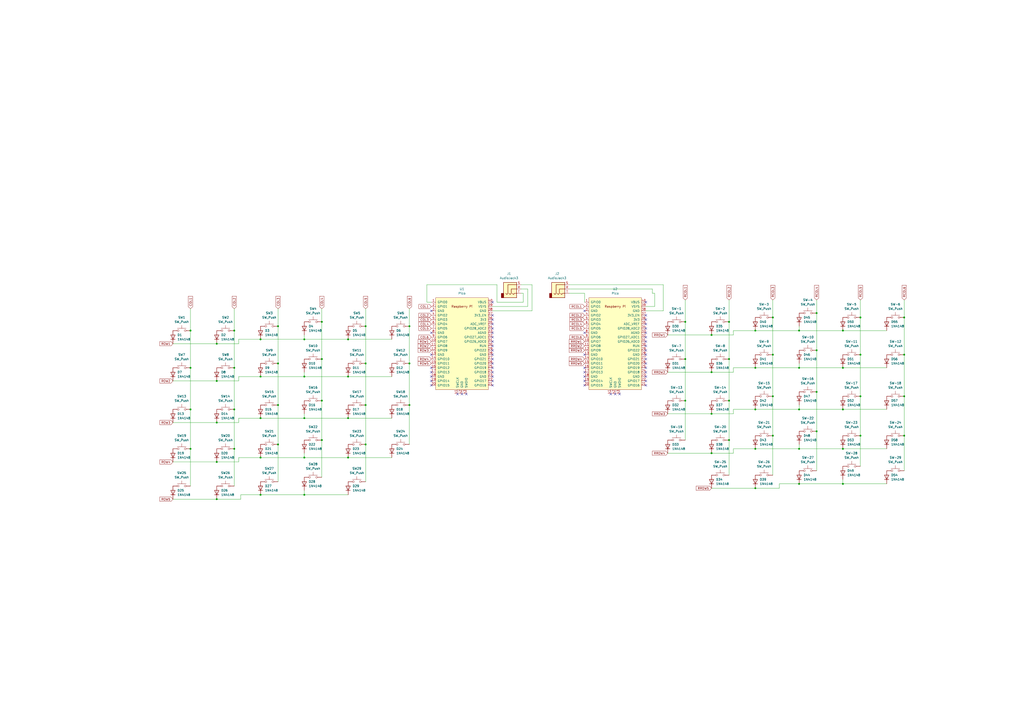
<source format=kicad_sch>
(kicad_sch (version 20250114) (generator "eeschema") (generator_version "9.0")
  (paper "A2")
  (junction (at 448.31 229.87))
  (junction (at 438.15 260.35))
  (junction (at 110.49 237.49))
  (junction (at 135.89 237.49))
  (junction (at 151.13 242.57))
  (junction (at 176.53 242.57))
  (junction (at 499.11 229.87))
  (junction (at 161.29 189.23))
  (junction (at 473.71 227.33))
  (junction (at 161.29 257.81))
  (junction (at 422.91 232.41))
  (junction (at 212.09 189.23))
  (junction (at 422.91 255.27))
  (junction (at 488.95 237.49))
  (junction (at 422.91 186.69))
  (junction (at 135.89 191.77))
  (junction (at 422.91 208.28))
  (junction (at 186.69 255.27))
  (junction (at 212.09 210.82))
  (junction (at 201.93 265.43))
  (junction (at 524.51 184.15))
  (junction (at 488.95 191.77))
  (junction (at 488.95 213.36))
  (junction (at 125.73 289.56))
  (junction (at 176.53 196.85))
  (junction (at 473.71 181.61))
  (junction (at 135.89 213.36))
  (junction (at 151.13 218.44))
  (junction (at 237.49 210.82))
  (junction (at 488.95 260.35))
  (junction (at 524.51 229.87))
  (junction (at 176.53 287.02))
  (junction (at 125.73 267.97))
  (junction (at 448.31 252.73))
  (junction (at 212.09 234.95))
  (junction (at 161.29 234.95))
  (junction (at 151.13 196.85))
  (junction (at 110.49 260.35))
  (junction (at 125.73 245.11))
  (junction (at 499.11 205.74))
  (junction (at 397.51 232.41))
  (junction (at 135.89 260.35))
  (junction (at 151.13 287.02))
  (junction (at 237.49 234.95))
  (junction (at 125.73 199.39))
  (junction (at 412.75 194.31))
  (junction (at 463.55 191.77))
  (junction (at 473.71 250.19))
  (junction (at 212.09 257.81))
  (junction (at 448.31 184.15))
  (junction (at 524.51 252.73))
  (junction (at 499.11 252.73))
  (junction (at 161.29 210.82))
  (junction (at 463.55 280.67))
  (junction (at 448.31 205.74))
  (junction (at 151.13 265.43))
  (junction (at 397.51 208.28))
  (junction (at 110.49 191.77))
  (junction (at 499.11 184.15))
  (junction (at 201.93 242.57))
  (junction (at 125.73 220.98))
  (junction (at 176.53 218.44))
  (junction (at 237.49 189.23))
  (junction (at 488.95 280.67))
  (junction (at 412.75 240.03))
  (junction (at 463.55 237.49))
  (junction (at 524.51 205.74))
  (junction (at 438.15 237.49))
  (junction (at 176.53 265.43))
  (junction (at 201.93 218.44))
  (junction (at 397.51 186.69))
  (junction (at 412.75 215.9))
  (junction (at 186.69 232.41))
  (junction (at 438.15 213.36))
  (junction (at 110.49 213.36))
  (junction (at 463.55 213.36))
  (junction (at 201.93 196.85))
  (junction (at 186.69 186.69))
  (junction (at 438.15 283.21))
  (junction (at 473.71 203.2))
  (junction (at 412.75 262.89))
  (junction (at 186.69 208.28))
  (junction (at 438.15 191.77))
  (junction (at 463.55 260.35))
  (no_connect (at 250.19 205.74))
  (no_connect (at 339.09 205.74))
  (no_connect (at 285.75 218.44))
  (no_connect (at 374.65 213.36))
  (no_connect (at 285.75 200.66))
  (no_connect (at 250.19 223.52))
  (no_connect (at 374.65 220.98))
  (no_connect (at 374.65 205.74))
  (no_connect (at 285.75 220.98))
  (no_connect (at 285.75 205.74))
  (no_connect (at 359.41 228.6))
  (no_connect (at 339.09 180.34))
  (no_connect (at 285.75 210.82))
  (no_connect (at 339.09 223.52))
  (no_connect (at 285.75 203.2))
  (no_connect (at 374.65 190.5))
  (no_connect (at 285.75 193.04))
  (no_connect (at 374.65 175.26))
  (no_connect (at 339.09 218.44))
  (no_connect (at 250.19 218.44))
  (no_connect (at 339.09 193.04))
  (no_connect (at 285.75 182.88))
  (no_connect (at 285.75 213.36))
  (no_connect (at 285.75 198.12))
  (no_connect (at 374.65 210.82))
  (no_connect (at 250.19 193.04))
  (no_connect (at 374.65 203.2))
  (no_connect (at 285.75 195.58))
  (no_connect (at 285.75 185.42))
  (no_connect (at 250.19 215.9))
  (no_connect (at 374.65 208.28))
  (no_connect (at 374.65 200.66))
  (no_connect (at 250.19 213.36))
  (no_connect (at 250.19 180.34))
  (no_connect (at 339.09 215.9))
  (no_connect (at 285.75 208.28))
  (no_connect (at 285.75 175.26))
  (no_connect (at 374.65 223.52))
  (no_connect (at 270.51 228.6))
  (no_connect (at 265.43 228.6))
  (no_connect (at 374.65 218.44))
  (no_connect (at 354.33 228.6))
  (no_connect (at 356.87 228.6))
  (no_connect (at 374.65 182.88))
  (no_connect (at 374.65 198.12))
  (no_connect (at 285.75 215.9))
  (no_connect (at 285.75 190.5))
  (no_connect (at 339.09 213.36))
  (no_connect (at 285.75 187.96))
  (no_connect (at 374.65 187.96))
  (no_connect (at 374.65 193.04))
  (no_connect (at 374.65 215.9))
  (no_connect (at 250.19 220.98))
  (no_connect (at 267.97 228.6))
  (no_connect (at 339.09 220.98))
  (no_connect (at 285.75 223.52))
  (no_connect (at 374.65 185.42))
  (no_connect (at 374.65 195.58))
  (wire (pts (xy 379.73 170.18) (xy 379.73 177.8)))
  (wire (pts (xy 438.15 213.36) (xy 425.45 213.36)))
  (wire (pts (xy 201.93 287.02) (xy 176.53 287.02)))
  (wire (pts (xy 186.69 179.07) (xy 186.69 186.69)))
  (wire (pts (xy 135.89 191.77) (xy 135.89 213.36)))
  (wire (pts (xy 448.31 229.87) (xy 448.31 252.73)))
  (wire (pts (xy 186.69 186.69) (xy 186.69 208.28)))
  (wire (pts (xy 135.89 213.36) (xy 135.89 237.49)))
  (wire (pts (xy 151.13 218.44) (xy 138.43 218.44)))
  (wire (pts (xy 412.75 283.21) (xy 438.15 283.21)))
  (wire (pts (xy 425.45 191.77) (xy 425.45 194.31)))
  (wire (pts (xy 425.45 191.77) (xy 438.15 191.77)))
  (wire (pts (xy 499.11 173.99) (xy 499.11 184.15)))
  (wire (pts (xy 110.49 179.07) (xy 110.49 191.77)))
  (wire (pts (xy 201.93 265.43) (xy 176.53 265.43)))
  (wire (pts (xy 237.49 234.95) (xy 237.49 257.81)))
  (wire (pts (xy 138.43 199.39) (xy 125.73 199.39)))
  (wire (pts (xy 330.2 165.1) (xy 384.81 165.1)))
  (wire (pts (xy 438.15 260.35) (xy 463.55 260.35)))
  (wire (pts (xy 186.69 232.41) (xy 186.69 255.27)))
  (wire (pts (xy 138.43 267.97) (xy 125.73 267.97)))
  (wire (pts (xy 161.29 234.95) (xy 161.29 257.81)))
  (wire (pts (xy 201.93 242.57) (xy 227.33 242.57)))
  (wire (pts (xy 151.13 242.57) (xy 138.43 242.57)))
  (wire (pts (xy 201.93 218.44) (xy 176.53 218.44)))
  (wire (pts (xy 138.43 220.98) (xy 125.73 220.98)))
  (wire (pts (xy 176.53 196.85) (xy 176.53 194.31)))
  (wire (pts (xy 452.12 280.67) (xy 452.12 283.21)))
  (wire (pts (xy 448.31 184.15) (xy 448.31 205.74)))
  (wire (pts (xy 499.11 229.87) (xy 499.11 252.73)))
  (wire (pts (xy 378.46 167.64) (xy 330.2 167.64)))
  (wire (pts (xy 176.53 287.02) (xy 176.53 284.48)))
  (wire (pts (xy 302.26 170.18) (xy 303.53 170.18)))
  (wire (pts (xy 135.89 179.07) (xy 135.89 191.77)))
  (wire (pts (xy 138.43 196.85) (xy 138.43 199.39)))
  (wire (pts (xy 212.09 189.23) (xy 212.09 210.82)))
  (wire (pts (xy 237.49 179.07) (xy 237.49 189.23)))
  (wire (pts (xy 138.43 196.85) (xy 151.13 196.85)))
  (wire (pts (xy 247.65 165.1) (xy 247.65 175.26)))
  (wire (pts (xy 176.53 265.43) (xy 176.53 262.89)))
  (wire (pts (xy 237.49 210.82) (xy 237.49 234.95)))
  (wire (pts (xy 303.53 175.26) (xy 288.29 175.26)))
  (wire (pts (xy 387.35 215.9) (xy 412.75 215.9)))
  (wire (pts (xy 524.51 173.99) (xy 524.51 184.15)))
  (wire (pts (xy 387.35 240.03) (xy 412.75 240.03)))
  (wire (pts (xy 379.73 177.8) (xy 374.65 177.8)))
  (wire (pts (xy 100.33 220.98) (xy 125.73 220.98)))
  (wire (pts (xy 499.11 252.73) (xy 499.11 270.51)))
  (wire (pts (xy 463.55 237.49) (xy 463.55 234.95)))
  (wire (pts (xy 151.13 242.57) (xy 176.53 242.57)))
  (wire (pts (xy 514.35 213.36) (xy 488.95 213.36)))
  (wire (pts (xy 161.29 179.07) (xy 161.29 189.23)))
  (wire (pts (xy 438.15 237.49) (xy 425.45 237.49)))
  (wire (pts (xy 387.35 194.31) (xy 412.75 194.31)))
  (wire (pts (xy 473.71 203.2) (xy 473.71 227.33)))
  (wire (pts (xy 201.93 196.85) (xy 176.53 196.85)))
  (wire (pts (xy 339.09 170.18) (xy 330.2 170.18)))
  (wire (pts (xy 186.69 255.27) (xy 186.69 276.86)))
  (wire (pts (xy 397.51 232.41) (xy 397.51 255.27)))
  (wire (pts (xy 176.53 242.57) (xy 176.53 240.03)))
  (wire (pts (xy 100.33 289.56) (xy 125.73 289.56)))
  (wire (pts (xy 524.51 184.15) (xy 524.51 205.74)))
  (wire (pts (xy 186.69 208.28) (xy 186.69 232.41)))
  (wire (pts (xy 161.29 189.23) (xy 161.29 210.82)))
  (wire (pts (xy 308.61 165.1) (xy 308.61 180.34)))
  (wire (pts (xy 463.55 260.35) (xy 463.55 257.81)))
  (wire (pts (xy 110.49 237.49) (xy 110.49 260.35)))
  (wire (pts (xy 100.33 267.97) (xy 125.73 267.97)))
  (wire (pts (xy 438.15 237.49) (xy 463.55 237.49)))
  (wire (pts (xy 473.71 250.19) (xy 473.71 273.05)))
  (wire (pts (xy 524.51 229.87) (xy 524.51 252.73)))
  (wire (pts (xy 110.49 191.77) (xy 110.49 213.36)))
  (wire (pts (xy 425.45 194.31) (xy 412.75 194.31)))
  (wire (pts (xy 135.89 237.49) (xy 135.89 260.35)))
  (wire (pts (xy 302.26 165.1) (xy 308.61 165.1)))
  (wire (pts (xy 499.11 205.74) (xy 499.11 229.87)))
  (wire (pts (xy 212.09 179.07) (xy 212.09 189.23)))
  (wire (pts (xy 438.15 191.77) (xy 463.55 191.77)))
  (wire (pts (xy 425.45 260.35) (xy 425.45 262.89)))
  (wire (pts (xy 138.43 218.44) (xy 138.43 220.98)))
  (wire (pts (xy 212.09 257.81) (xy 212.09 279.4)))
  (wire (pts (xy 463.55 280.67) (xy 452.12 280.67)))
  (wire (pts (xy 201.93 196.85) (xy 227.33 196.85)))
  (wire (pts (xy 339.09 170.18) (xy 339.09 175.26)))
  (wire (pts (xy 212.09 210.82) (xy 212.09 234.95)))
  (wire (pts (xy 151.13 265.43) (xy 176.53 265.43)))
  (wire (pts (xy 237.49 189.23) (xy 237.49 210.82)))
  (wire (pts (xy 463.55 213.36) (xy 463.55 210.82)))
  (wire (pts (xy 227.33 218.44) (xy 201.93 218.44)))
  (wire (pts (xy 425.45 240.03) (xy 412.75 240.03)))
  (wire (pts (xy 176.53 218.44) (xy 176.53 215.9)))
  (wire (pts (xy 151.13 218.44) (xy 176.53 218.44)))
  (wire (pts (xy 488.95 213.36) (xy 463.55 213.36)))
  (wire (pts (xy 438.15 260.35) (xy 425.45 260.35)))
  (wire (pts (xy 488.95 260.35) (xy 463.55 260.35)))
  (wire (pts (xy 100.33 199.39) (xy 125.73 199.39)))
  (wire (pts (xy 306.07 167.64) (xy 306.07 177.8)))
  (wire (pts (xy 161.29 210.82) (xy 161.29 234.95)))
  (wire (pts (xy 378.46 170.18) (xy 379.73 170.18)))
  (wire (pts (xy 473.71 227.33) (xy 473.71 250.19)))
  (wire (pts (xy 201.93 242.57) (xy 176.53 242.57)))
  (wire (pts (xy 110.49 260.35) (xy 110.49 281.94)))
  (wire (pts (xy 303.53 170.18) (xy 303.53 175.26)))
  (wire (pts (xy 448.31 205.74) (xy 448.31 229.87)))
  (wire (pts (xy 488.95 260.35) (xy 514.35 260.35)))
  (wire (pts (xy 151.13 196.85) (xy 176.53 196.85)))
  (wire (pts (xy 422.91 208.28) (xy 422.91 232.41)))
  (wire (pts (xy 151.13 287.02) (xy 139.7 287.02)))
  (wire (pts (xy 397.51 186.69) (xy 397.51 208.28)))
  (wire (pts (xy 397.51 173.99) (xy 397.51 186.69)))
  (wire (pts (xy 139.7 289.56) (xy 125.73 289.56)))
  (wire (pts (xy 425.45 237.49) (xy 425.45 240.03)))
  (wire (pts (xy 161.29 257.81) (xy 161.29 279.4)))
  (wire (pts (xy 488.95 237.49) (xy 463.55 237.49)))
  (wire (pts (xy 384.81 180.34) (xy 374.65 180.34)))
  (wire (pts (xy 488.95 280.67) (xy 488.95 278.13)))
  (wire (pts (xy 212.09 234.95) (xy 212.09 257.81)))
  (wire (pts (xy 397.51 208.28) (xy 397.51 232.41)))
  (wire (pts (xy 422.91 173.99) (xy 422.91 186.69)))
  (wire (pts (xy 463.55 191.77) (xy 463.55 189.23)))
  (wire (pts (xy 138.43 265.43) (xy 138.43 267.97)))
  (wire (pts (xy 524.51 252.73) (xy 524.51 273.05)))
  (wire (pts (xy 425.45 262.89) (xy 412.75 262.89)))
  (wire (pts (xy 308.61 180.34) (xy 285.75 180.34)))
  (wire (pts (xy 110.49 213.36) (xy 110.49 237.49)))
  (wire (pts (xy 247.65 175.26) (xy 250.19 175.26)))
  (wire (pts (xy 422.91 255.27) (xy 422.91 275.59)))
  (wire (pts (xy 135.89 260.35) (xy 135.89 281.94)))
  (wire (pts (xy 138.43 245.11) (xy 125.73 245.11)))
  (wire (pts (xy 524.51 205.74) (xy 524.51 229.87)))
  (wire (pts (xy 514.35 280.67) (xy 488.95 280.67)))
  (wire (pts (xy 473.71 173.99) (xy 473.71 181.61)))
  (wire (pts (xy 306.07 177.8) (xy 285.75 177.8)))
  (wire (pts (xy 499.11 184.15) (xy 499.11 205.74)))
  (wire (pts (xy 448.31 252.73) (xy 448.31 275.59)))
  (wire (pts (xy 151.13 265.43) (xy 138.43 265.43)))
  (wire (pts (xy 463.55 280.67) (xy 488.95 280.67)))
  (wire (pts (xy 488.95 191.77) (xy 514.35 191.77)))
  (wire (pts (xy 138.43 242.57) (xy 138.43 245.11)))
  (wire (pts (xy 288.29 165.1) (xy 247.65 165.1)))
  (wire (pts (xy 387.35 262.89) (xy 412.75 262.89)))
  (wire (pts (xy 302.26 167.64) (xy 306.07 167.64)))
  (wire (pts (xy 488.95 237.49) (xy 514.35 237.49)))
  (wire (pts (xy 201.93 265.43) (xy 227.33 265.43)))
  (wire (pts (xy 384.81 165.1) (xy 384.81 180.34)))
  (wire (pts (xy 425.45 213.36) (xy 425.45 215.9)))
  (wire (pts (xy 448.31 173.99) (xy 448.31 184.15)))
  (wire (pts (xy 473.71 181.61) (xy 473.71 203.2)))
  (wire (pts (xy 378.46 170.18) (xy 378.46 167.64)))
  (wire (pts (xy 438.15 213.36) (xy 463.55 213.36)))
  (wire (pts (xy 288.29 165.1) (xy 288.29 175.26)))
  (wire (pts (xy 425.45 215.9) (xy 412.75 215.9)))
  (wire (pts (xy 422.91 232.41) (xy 422.91 255.27)))
  (wire (pts (xy 422.91 186.69) (xy 422.91 208.28)))
  (wire (pts (xy 452.12 283.21) (xy 438.15 283.21)))
  (wire (pts (xy 151.13 287.02) (xy 176.53 287.02)))
  (wire (pts (xy 488.95 191.77) (xy 463.55 191.77)))
  (wire (pts (xy 139.7 287.02) (xy 139.7 289.56)))
  (wire (pts (xy 100.33 245.11) (xy 125.73 245.11)))
  (global_label "ROW2" (shape input) (at 100.33 220.98 180) (property "Intersheetrefs" "${INTERSHEET_REFS}" (effects (hide yes))))
  (global_label "ROW1" (shape input) (at 250.19 198.12 180) (property "Intersheetrefs" "${INTERSHEET_REFS}" (effects (hide yes))))
  (global_label "RROW4" (shape input) (at 339.09 208.28 180) (property "Intersheetrefs" "${INTERSHEET_REFS}" (effects (hide yes))))
  (global_label "COL2" (shape input) (at 135.89 179.07 90) (property "Intersheetrefs" "${INTERSHEET_REFS}" (effects (hide yes))))
  (global_label "RROW1" (shape input) (at 387.35 194.31 180) (property "Intersheetrefs" "${INTERSHEET_REFS}" (effects (hide yes))))
  (global_label "COL6" (shape input) (at 237.49 179.07 90) (property "Intersheetrefs" "${INTERSHEET_REFS}" (effects (hide yes))))
  (global_label "COL3" (shape input) (at 250.19 185.42 180) (property "Intersheetrefs" "${INTERSHEET_REFS}" (effects (hide yes))))
  (global_label "RCOL1" (shape input) (at 397.51 173.99 90) (property "Intersheetrefs" "${INTERSHEET_REFS}" (effects (hide yes))))
  (global_label "ROW4" (shape input) (at 100.33 267.97 180) (property "Intersheetrefs" "${INTERSHEET_REFS}" (effects (hide yes))))
  (global_label "ROW3" (shape input) (at 250.19 203.2 180) (property "Intersheetrefs" "${INTERSHEET_REFS}" (effects (hide yes))))
  (global_label "RROW3" (shape input) (at 387.35 240.03 180) (property "Intersheetrefs" "${INTERSHEET_REFS}" (effects (hide yes))))
  (global_label "RCOL2" (shape input) (at 422.91 173.99 90) (property "Intersheetrefs" "${INTERSHEET_REFS}" (effects (hide yes))))
  (global_label "COL4" (shape input) (at 186.69 179.07 90) (property "Intersheetrefs" "${INTERSHEET_REFS}" (effects (hide yes))))
  (global_label "RROW1" (shape input) (at 339.09 198.12 180) (property "Intersheetrefs" "${INTERSHEET_REFS}" (effects (hide yes))))
  (global_label "RCOL4" (shape input) (at 473.71 173.99 90) (property "Intersheetrefs" "${INTERSHEET_REFS}" (effects (hide yes))))
  (global_label "RCOL6" (shape input) (at 524.51 173.99 90) (property "Intersheetrefs" "${INTERSHEET_REFS}" (effects (hide yes))))
  (global_label "RROW2" (shape input) (at 339.09 200.66 180) (property "Intersheetrefs" "${INTERSHEET_REFS}" (effects (hide yes))))
  (global_label "RCOL5" (shape input) (at 339.09 190.5 180) (property "Intersheetrefs" "${INTERSHEET_REFS}" (effects (hide yes))))
  (global_label "ROW5" (shape input) (at 100.33 289.56 180) (property "Intersheetrefs" "${INTERSHEET_REFS}" (effects (hide yes))))
  (global_label "COL1" (shape input) (at 250.19 177.8 180) (property "Intersheetrefs" "${INTERSHEET_REFS}" (effects (hide yes))))
  (global_label "RROW5" (shape input) (at 339.09 210.82 180) (property "Intersheetrefs" "${INTERSHEET_REFS}" (effects (hide yes))))
  (global_label "RCOL4" (shape input) (at 339.09 187.96 180) (property "Intersheetrefs" "${INTERSHEET_REFS}" (effects (hide yes))))
  (global_label "COL1" (shape input) (at 110.49 179.07 90) (property "Intersheetrefs" "${INTERSHEET_REFS}" (effects (hide yes))))
  (global_label "RROW3" (shape input) (at 339.09 203.2 180) (property "Intersheetrefs" "${INTERSHEET_REFS}" (effects (hide yes))))
  (global_label "COL5" (shape input) (at 212.09 179.07 90) (property "Intersheetrefs" "${INTERSHEET_REFS}" (effects (hide yes))))
  (global_label "ROW2" (shape input) (at 250.19 200.66 180) (property "Intersheetrefs" "${INTERSHEET_REFS}" (effects (hide yes))))
  (global_label "RCOL3" (shape input) (at 339.09 185.42 180) (property "Intersheetrefs" "${INTERSHEET_REFS}" (effects (hide yes))))
  (global_label "COL2" (shape input) (at 250.19 182.88 180) (property "Intersheetrefs" "${INTERSHEET_REFS}" (effects (hide yes))))
  (global_label "ROW3" (shape input) (at 100.33 245.11 180) (property "Intersheetrefs" "${INTERSHEET_REFS}" (effects (hide yes))))
  (global_label "COL6" (shape input) (at 250.19 195.58 180) (property "Intersheetrefs" "${INTERSHEET_REFS}" (effects (hide yes))))
  (global_label "COL5" (shape input) (at 250.19 190.5 180) (property "Intersheetrefs" "${INTERSHEET_REFS}" (effects (hide yes))))
  (global_label "RCOL3" (shape input) (at 448.31 173.99 90) (property "Intersheetrefs" "${INTERSHEET_REFS}" (effects (hide yes))))
  (global_label "ROW5" (shape input) (at 250.19 210.82 180) (property "Intersheetrefs" "${INTERSHEET_REFS}" (effects (hide yes))))
  (global_label "RCOL5" (shape input) (at 499.11 173.99 90) (property "Intersheetrefs" "${INTERSHEET_REFS}" (effects (hide yes))))
  (global_label "COL3" (shape input) (at 161.29 179.07 90) (property "Intersheetrefs" "${INTERSHEET_REFS}" (effects (hide yes))))
  (global_label "RROW2" (shape input) (at 387.35 215.9 180) (property "Intersheetrefs" "${INTERSHEET_REFS}" (effects (hide yes))))
  (global_label "RCOL2" (shape input) (at 339.09 182.88 180) (property "Intersheetrefs" "${INTERSHEET_REFS}" (effects (hide yes))))
  (global_label "RCOL6" (shape input) (at 339.09 195.58 180) (property "Intersheetrefs" "${INTERSHEET_REFS}" (effects (hide yes))))
  (global_label "RCOL1" (shape input) (at 339.09 177.8 180) (property "Intersheetrefs" "${INTERSHEET_REFS}" (effects (hide yes))))
  (global_label "RROW4" (shape input) (at 387.35 262.89 180) (property "Intersheetrefs" "${INTERSHEET_REFS}" (effects (hide yes))))
  (global_label "RROW5" (shape input) (at 412.75 283.21 180) (property "Intersheetrefs" "${INTERSHEET_REFS}" (effects (hide yes))))
  (global_label "COL4" (shape input) (at 250.19 187.96 180) (property "Intersheetrefs" "${INTERSHEET_REFS}" (effects (hide yes))))
  (global_label "ROW1" (shape input) (at 100.33 199.39 180) (property "Intersheetrefs" "${INTERSHEET_REFS}" (effects (hide yes))))
  (global_label "ROW4" (shape input) (at 250.19 208.28 180) (property "Intersheetrefs" "${INTERSHEET_REFS}" (effects (hide yes))))
  (symbol (lib_id "Diode:1N4148") (at 488.95 209.55 90) (unit 1)
    (property "Reference" "D51" (at 491.49 208.2799 90) (effects (justify right)))
    (property "Value" "1N4148" (at 491.49 210.8199 90) (effects (justify right)))
    (property "Footprint" "Diode_THT:D_DO-35_SOD27_P7.62mm_Horizontal" (effects (hide yes)))
    (property "Datasheet" "https://assets.nexperia.com/documents/data-sheet/1N4148_1N4448.pdf" (effects (hide yes)))
    (property "Description" "100V 0.15A standard switching diode, DO-35" (effects (hide yes)))
    (property "Sim.Device" "D" (effects (hide yes)))
    (property "Sim.Pins" "1=K 2=A" (effects (hide yes)))
  )
  (symbol (lib_id "Switch:SW_Push") (at 105.41 191.77 0) (unit 1)
    (property "Reference" "SW1" (at 105.41 184.15 0))
    (property "Value" "SW_Push" (at 105.41 186.69 0))
    (property "Footprint" "Button_Switch_Keyboard:SW_Cherry_MX_1.00u_PCB" (effects (hide yes)))
    (property "Description" "Push button switch, generic, two pins" (effects (hide yes)))
  )
  (symbol (lib_id "Diode:1N4148") (at 176.53 236.22 90) (unit 1)
    (property "Reference" "D16" (at 179.07 234.9499 90) (effects (justify right)))
    (property "Value" "1N4148" (at 179.07 237.4899 90) (effects (justify right)))
    (property "Footprint" "Diode_THT:D_DO-35_SOD27_P7.62mm_Horizontal" (effects (hide yes)))
    (property "Datasheet" "https://assets.nexperia.com/documents/data-sheet/1N4148_1N4448.pdf" (effects (hide yes)))
    (property "Description" "100V 0.15A standard switching diode, DO-35" (effects (hide yes)))
    (property "Sim.Device" "D" (effects (hide yes)))
    (property "Sim.Pins" "1=K 2=A" (effects (hide yes)))
  )
  (symbol (lib_id "Switch:SW_Push") (at 232.41 189.23 0) (unit 1)
    (property "Reference" "SW6" (at 232.41 181.61 0))
    (property "Value" "SW_Push" (at 232.41 184.15 0))
    (property "Footprint" "Button_Switch_Keyboard:SW_Cherry_MX_1.00u_PCB" (effects (hide yes)))
    (property "Description" "Push button switch, generic, two pins" (effects (hide yes)))
  )
  (symbol (lib_id "Switch:SW_Push") (at 181.61 186.69 0) (unit 1)
    (property "Reference" "SW4" (at 181.61 179.07 0))
    (property "Value" "SW_Push" (at 181.61 181.61 0))
    (property "Footprint" "Button_Switch_Keyboard:SW_Cherry_MX_1.00u_PCB" (effects (hide yes)))
    (property "Description" "Push button switch, generic, two pins" (effects (hide yes)))
  )
  (symbol (lib_id "Diode:1N4148") (at 463.55 231.14 90) (unit 1)
    (property "Reference" "D47" (at 466.09 229.8699 90) (effects (justify right)))
    (property "Value" "1N4148" (at 466.09 232.4099 90) (effects (justify right)))
    (property "Footprint" "Diode_THT:D_DO-35_SOD27_P7.62mm_Horizontal" (effects (hide yes)))
    (property "Datasheet" "https://assets.nexperia.com/documents/data-sheet/1N4148_1N4448.pdf" (effects (hide yes)))
    (property "Description" "100V 0.15A standard switching diode, DO-35" (effects (hide yes)))
    (property "Sim.Device" "D" (effects (hide yes)))
    (property "Sim.Pins" "1=K 2=A" (effects (hide yes)))
  )
  (symbol (lib_id "Diode:1N4148") (at 201.93 214.63 90) (unit 1)
    (property "Reference" "D11" (at 204.47 213.3599 90) (effects (justify right)))
    (property "Value" "1N4148" (at 204.47 215.8999 90) (effects (justify right)))
    (property "Footprint" "Diode_THT:D_DO-35_SOD27_P7.62mm_Horizontal" (effects (hide yes)))
    (property "Datasheet" "https://assets.nexperia.com/documents/data-sheet/1N4148_1N4448.pdf" (effects (hide yes)))
    (property "Description" "100V 0.15A standard switching diode, DO-35" (effects (hide yes)))
    (property "Sim.Device" "D" (effects (hide yes)))
    (property "Sim.Pins" "1=K 2=A" (effects (hide yes)))
  )
  (symbol (lib_id "Switch:SW_Push") (at 105.41 260.35 0) (unit 1)
    (property "Reference" "SW19" (at 105.41 252.73 0))
    (property "Value" "SW_Push" (at 105.41 255.27 0))
    (property "Footprint" "Button_Switch_Keyboard:SW_Cherry_MX_1.00u_PCB" (effects (hide yes)))
    (property "Description" "Push button switch, generic, two pins" (effects (hide yes)))
  )
  (symbol (lib_id "Diode:1N4148") (at 488.95 187.96 90) (unit 1)
    (property "Reference" "D50" (at 491.49 186.6899 90) (effects (justify right)))
    (property "Value" "1N4148" (at 491.49 189.2299 90) (effects (justify right)))
    (property "Footprint" "Diode_THT:D_DO-35_SOD27_P7.62mm_Horizontal" (effects (hide yes)))
    (property "Datasheet" "https://assets.nexperia.com/documents/data-sheet/1N4148_1N4448.pdf" (effects (hide yes)))
    (property "Description" "100V 0.15A standard switching diode, DO-35" (effects (hide yes)))
    (property "Sim.Device" "D" (effects (hide yes)))
    (property "Sim.Pins" "1=K 2=A" (effects (hide yes)))
  )
  (symbol (lib_id "Diode:1N4148") (at 438.15 187.96 90) (unit 1)
    (property "Reference" "D40" (at 440.69 186.6899 90) (effects (justify right)))
    (property "Value" "1N4148" (at 440.69 189.2299 90) (effects (justify right)))
    (property "Footprint" "Diode_THT:D_DO-35_SOD27_P7.62mm_Horizontal" (effects (hide yes)))
    (property "Datasheet" "https://assets.nexperia.com/documents/data-sheet/1N4148_1N4448.pdf" (effects (hide yes)))
    (property "Description" "100V 0.15A standard switching diode, DO-35" (effects (hide yes)))
    (property "Sim.Device" "D" (effects (hide yes)))
    (property "Sim.Pins" "1=K 2=A" (effects (hide yes)))
  )
  (symbol (lib_id "Switch:SW_Push") (at 105.41 237.49 0) (unit 1)
    (property "Reference" "SW13" (at 105.41 229.87 0))
    (property "Value" "SW_Push" (at 105.41 232.41 0))
    (property "Footprint" "Button_Switch_Keyboard:SW_Cherry_MX_1.00u_PCB" (effects (hide yes)))
    (property "Description" "Push button switch, generic, two pins" (effects (hide yes)))
  )
  (symbol (lib_id "Diode:1N4148") (at 125.73 285.75 90) (unit 1)
    (property "Reference" "D26" (at 128.27 284.4799 90) (effects (justify right)))
    (property "Value" "1N4148" (at 128.27 287.0199 90) (effects (justify right)))
    (property "Footprint" "Diode_THT:D_DO-35_SOD27_P7.62mm_Horizontal" (effects (hide yes)))
    (property "Datasheet" "https://assets.nexperia.com/documents/data-sheet/1N4148_1N4448.pdf" (effects (hide yes)))
    (property "Description" "100V 0.15A standard switching diode, DO-35" (effects (hide yes)))
    (property "Sim.Device" "D" (effects (hide yes)))
    (property "Sim.Pins" "1=K 2=A" (effects (hide yes)))
  )
  (symbol (lib_id "Diode:1N4148") (at 412.75 259.08 90) (unit 1)
    (property "Reference" "D38" (at 415.29 257.8099 90) (effects (justify right)))
    (property "Value" "1N4148" (at 415.29 260.3499 90) (effects (justify right)))
    (property "Footprint" "Diode_THT:D_DO-35_SOD27_P7.62mm_Horizontal" (effects (hide yes)))
    (property "Datasheet" "https://assets.nexperia.com/documents/data-sheet/1N4148_1N4448.pdf" (effects (hide yes)))
    (property "Description" "100V 0.15A standard switching diode, DO-35" (effects (hide yes)))
    (property "Sim.Device" "D" (effects (hide yes)))
    (property "Sim.Pins" "1=K 2=A" (effects (hide yes)))
  )
  (symbol (lib_id "Diode:1N4148") (at 201.93 238.76 90) (unit 1)
    (property "Reference" "D17" (at 204.47 237.4899 90) (effects (justify right)))
    (property "Value" "1N4148" (at 204.47 240.0299 90) (effects (justify right)))
    (property "Footprint" "Diode_THT:D_DO-35_SOD27_P7.62mm_Horizontal" (effects (hide yes)))
    (property "Datasheet" "https://assets.nexperia.com/documents/data-sheet/1N4148_1N4448.pdf" (effects (hide yes)))
    (property "Description" "100V 0.15A standard switching diode, DO-35" (effects (hide yes)))
    (property "Sim.Device" "D" (effects (hide yes)))
    (property "Sim.Pins" "1=K 2=A" (effects (hide yes)))
  )
  (symbol (lib_id "Switch:SW_Push") (at 181.61 255.27 0) (unit 1)
    (property "Reference" "SW22" (at 181.61 247.65 0))
    (property "Value" "SW_Push" (at 181.61 250.19 0))
    (property "Footprint" "Button_Switch_Keyboard:SW_Cherry_MX_1.00u_PCB" (effects (hide yes)))
    (property "Description" "Push button switch, generic, two pins" (effects (hide yes)))
  )
  (symbol (lib_id "Diode:1N4148") (at 125.73 195.58 90) (unit 1)
    (property "Reference" "D2" (at 128.27 194.3099 90) (effects (justify right)))
    (property "Value" "1N4148" (at 128.27 196.8499 90) (effects (justify right)))
    (property "Footprint" "Diode_THT:D_DO-35_SOD27_P7.62mm_Horizontal" (effects (hide yes)))
    (property "Datasheet" "https://assets.nexperia.com/documents/data-sheet/1N4148_1N4448.pdf" (effects (hide yes)))
    (property "Description" "100V 0.15A standard switching diode, DO-35" (effects (hide yes)))
    (property "Sim.Device" "D" (effects (hide yes)))
    (property "Sim.Pins" "1=K 2=A" (effects (hide yes)))
  )
  (symbol (lib_id "Switch:SW_Push") (at 417.83 255.27 0) (unit 1)
    (property "Reference" "SW-20" (at 417.83 247.65 0))
    (property "Value" "SW_Push" (at 417.83 250.19 0))
    (property "Footprint" "Button_Switch_Keyboard:SW_Cherry_MX_1.00u_PCB" (effects (hide yes)))
    (property "Description" "Push button switch, generic, two pins" (effects (hide yes)))
  )
  (symbol (lib_id "Diode:1N4148") (at 412.75 190.5 90) (unit 1)
    (property "Reference" "D35" (at 415.29 189.2299 90) (effects (justify right)))
    (property "Value" "1N4148" (at 415.29 191.7699 90) (effects (justify right)))
    (property "Footprint" "Diode_THT:D_DO-35_SOD27_P7.62mm_Horizontal" (effects (hide yes)))
    (property "Datasheet" "https://assets.nexperia.com/documents/data-sheet/1N4148_1N4448.pdf" (effects (hide yes)))
    (property "Description" "100V 0.15A standard switching diode, DO-35" (effects (hide yes)))
    (property "Sim.Device" "D" (effects (hide yes)))
    (property "Sim.Pins" "1=K 2=A" (effects (hide yes)))
  )
  (symbol (lib_id "Switch:SW_Push") (at 392.43 232.41 0) (unit 1)
    (property "Reference" "SW-13" (at 392.43 224.79 0))
    (property "Value" "SW_Push" (at 392.43 227.33 0))
    (property "Footprint" "Button_Switch_Keyboard:SW_Cherry_MX_1.00u_PCB" (effects (hide yes)))
    (property "Description" "Push button switch, generic, two pins" (effects (hide yes)))
  )
  (symbol (lib_id "Diode:1N4148") (at 438.15 209.55 90) (unit 1)
    (property "Reference" "D41" (at 440.69 208.2799 90) (effects (justify right)))
    (property "Value" "1N4148" (at 440.69 210.8199 90) (effects (justify right)))
    (property "Footprint" "Diode_THT:D_DO-35_SOD27_P7.62mm_Horizontal" (effects (hide yes)))
    (property "Datasheet" "https://assets.nexperia.com/documents/data-sheet/1N4148_1N4448.pdf" (effects (hide yes)))
    (property "Description" "100V 0.15A standard switching diode, DO-35" (effects (hide yes)))
    (property "Sim.Device" "D" (effects (hide yes)))
    (property "Sim.Pins" "1=K 2=A" (effects (hide yes)))
  )
  (symbol (lib_id "Switch:SW_Push") (at 494.03 205.74 0) (unit 1)
    (property "Reference" "SW-11" (at 494.03 198.12 0))
    (property "Value" "SW_Push" (at 494.03 200.66 0))
    (property "Footprint" "Button_Switch_Keyboard:SW_Cherry_MX_1.00u_PCB" (effects (hide yes)))
    (property "Description" "Push button switch, generic, two pins" (effects (hide yes)))
  )
  (symbol (lib_id "Switch:SW_Push") (at 156.21 210.82 0) (unit 1)
    (property "Reference" "SW9" (at 156.21 203.2 0))
    (property "Value" "SW_Push" (at 156.21 205.74 0))
    (property "Footprint" "Button_Switch_Keyboard:SW_Cherry_MX_1.00u_PCB" (effects (hide yes)))
    (property "Description" "Push button switch, generic, two pins" (effects (hide yes)))
  )
  (symbol (lib_id "Diode:1N4148") (at 100.33 285.75 90) (unit 1)
    (property "Reference" "D25" (at 102.87 284.4799 90) (effects (justify right)))
    (property "Value" "1N4148" (at 102.87 287.0199 90) (effects (justify right)))
    (property "Footprint" "Diode_THT:D_DO-35_SOD27_P7.62mm_Horizontal" (effects (hide yes)))
    (property "Datasheet" "https://assets.nexperia.com/documents/data-sheet/1N4148_1N4448.pdf" (effects (hide yes)))
    (property "Description" "100V 0.15A standard switching diode, DO-35" (effects (hide yes)))
    (property "Sim.Device" "D" (effects (hide yes)))
    (property "Sim.Pins" "1=K 2=A" (effects (hide yes)))
  )
  (symbol (lib_id "Switch:SW_Push") (at 443.23 275.59 0) (unit 1)
    (property "Reference" "SW-26" (at 443.23 267.97 0))
    (property "Value" "SW_Push" (at 443.23 270.51 0))
    (property "Footprint" "Button_Switch_Keyboard:SW_Cherry_MX_1.00u_PCB" (effects (hide yes)))
    (property "Description" "Push button switch, generic, two pins" (effects (hide yes)))
  )
  (symbol (lib_id "Diode:1N4148") (at 151.13 283.21 90) (unit 1)
    (property "Reference" "D27" (at 153.67 281.9399 90) (effects (justify right)))
    (property "Value" "1N4148" (at 153.67 284.4799 90) (effects (justify right)))
    (property "Footprint" "Diode_THT:D_DO-35_SOD27_P7.62mm_Horizontal" (effects (hide yes)))
    (property "Datasheet" "https://assets.nexperia.com/documents/data-sheet/1N4148_1N4448.pdf" (effects (hide yes)))
    (property "Description" "100V 0.15A standard switching diode, DO-35" (effects (hide yes)))
    (property "Sim.Device" "D" (effects (hide yes)))
    (property "Sim.Pins" "1=K 2=A" (effects (hide yes)))
  )
  (symbol (lib_id "Diode:1N4148") (at 488.95 274.32 90) (unit 1)
    (property "Reference" "D49" (at 491.49 273.0499 90) (effects (justify right)))
    (property "Value" "1N4148" (at 491.49 275.5899 90) (effects (justify right)))
    (property "Footprint" "Diode_THT:D_DO-35_SOD27_P7.62mm_Horizontal" (effects (hide yes)))
    (property "Datasheet" "https://assets.nexperia.com/documents/data-sheet/1N4148_1N4448.pdf" (effects (hide yes)))
    (property "Description" "100V 0.15A standard switching diode, DO-35" (effects (hide yes)))
    (property "Sim.Device" "D" (effects (hide yes)))
    (property "Sim.Pins" "1=K 2=A" (effects (hide yes)))
  )
  (symbol (lib_id "Switch:SW_Push") (at 232.41 210.82 0) (unit 1)
    (property "Reference" "SW12" (at 232.41 203.2 0))
    (property "Value" "SW_Push" (at 232.41 205.74 0))
    (property "Footprint" "Button_Switch_Keyboard:SW_Cherry_MX_1.00u_PCB" (effects (hide yes)))
    (property "Description" "Push button switch, generic, two pins" (effects (hide yes)))
  )
  (symbol (lib_id "Diode:1N4148") (at 387.35 236.22 90) (unit 1)
    (property "Reference" "D32" (at 389.89 234.9499 90) (effects (justify right)))
    (property "Value" "1N4148" (at 389.89 237.4899 90) (effects (justify right)))
    (property "Footprint" "Diode_THT:D_DO-35_SOD27_P7.62mm_Horizontal" (effects (hide yes)))
    (property "Datasheet" "https://assets.nexperia.com/documents/data-sheet/1N4148_1N4448.pdf" (effects (hide yes)))
    (property "Description" "100V 0.15A standard switching diode, DO-35" (effects (hide yes)))
    (property "Sim.Device" "D" (effects (hide yes)))
    (property "Sim.Pins" "1=K 2=A" (effects (hide yes)))
  )
  (symbol (lib_id "Diode:1N4148") (at 100.33 241.3 90) (unit 1)
    (property "Reference" "D13" (at 102.87 240.0299 90) (effects (justify right)))
    (property "Value" "1N4148" (at 102.87 242.5699 90) (effects (justify right)))
    (property "Footprint" "Diode_THT:D_DO-35_SOD27_P7.62mm_Horizontal" (effects (hide yes)))
    (property "Datasheet" "https://assets.nexperia.com/documents/data-sheet/1N4148_1N4448.pdf" (effects (hide yes)))
    (property "Description" "100V 0.15A standard switching diode, DO-35" (effects (hide yes)))
    (property "Sim.Device" "D" (effects (hide yes)))
    (property "Sim.Pins" "1=K 2=A" (effects (hide yes)))
  )
  (symbol (lib_id "Diode:1N4148") (at 176.53 259.08 90) (unit 1)
    (property "Reference" "D22" (at 179.07 257.8099 90) (effects (justify right)))
    (property "Value" "1N4148" (at 179.07 260.3499 90) (effects (justify right)))
    (property "Footprint" "Diode_THT:D_DO-35_SOD27_P7.62mm_Horizontal" (effects (hide yes)))
    (property "Datasheet" "https://assets.nexperia.com/documents/data-sheet/1N4148_1N4448.pdf" (effects (hide yes)))
    (property "Description" "100V 0.15A standard switching diode, DO-35" (effects (hide yes)))
    (property "Sim.Device" "D" (effects (hide yes)))
    (property "Sim.Pins" "1=K 2=A" (effects (hide yes)))
  )
  (symbol (lib_id "Diode:1N4148") (at 201.93 283.21 90) (unit 1)
    (property "Reference" "D29" (at 204.47 281.9399 90) (effects (justify right)))
    (property "Value" "1N4148" (at 204.47 284.4799 90) (effects (justify right)))
    (property "Footprint" "Diode_THT:D_DO-35_SOD27_P7.62mm_Horizontal" (effects (hide yes)))
    (property "Datasheet" "https://assets.nexperia.com/documents/data-sheet/1N4148_1N4448.pdf" (effects (hide yes)))
    (property "Description" "100V 0.15A standard switching diode, DO-35" (effects (hide yes)))
    (property "Sim.Device" "D" (effects (hide yes)))
    (property "Sim.Pins" "1=K 2=A" (effects (hide yes)))
  )
  (symbol (lib_id "Switch:SW_Push") (at 468.63 181.61 0) (unit 1)
    (property "Reference" "SW-4" (at 468.63 173.99 0))
    (property "Value" "SW_Push" (at 468.63 176.53 0))
    (property "Footprint" "Button_Switch_Keyboard:SW_Cherry_MX_1.00u_PCB" (effects (hide yes)))
    (property "Description" "Push button switch, generic, two pins" (effects (hide yes)))
  )
  (symbol (lib_id "Switch:SW_Push") (at 443.23 205.74 0) (unit 1)
    (property "Reference" "SW-9" (at 443.23 198.12 0))
    (property "Value" "SW_Push" (at 443.23 200.66 0))
    (property "Footprint" "Button_Switch_Keyboard:SW_Cherry_MX_1.00u_PCB" (effects (hide yes)))
    (property "Description" "Push button switch, generic, two pins" (effects (hide yes)))
  )
  (symbol (lib_id "Diode:1N4148") (at 463.55 276.86 90) (unit 1)
    (property "Reference" "D44" (at 466.09 275.5899 90) (effects (justify right)))
    (property "Value" "1N4148" (at 466.09 278.1299 90) (effects (justify right)))
    (property "Footprint" "Diode_THT:D_DO-35_SOD27_P7.62mm_Horizontal" (effects (hide yes)))
    (property "Datasheet" "https://assets.nexperia.com/documents/data-sheet/1N4148_1N4448.pdf" (effects (hide yes)))
    (property "Description" "100V 0.15A standard switching diode, DO-35" (effects (hide yes)))
    (property "Sim.Device" "D" (effects (hide yes)))
    (property "Sim.Pins" "1=K 2=A" (effects (hide yes)))
  )
  (symbol (lib_id "Connector_Audio:AudioJack3") (at 325.12 167.64 0) (unit 1)
    (property "Reference" "J2" (at 323.215 158.75 0))
    (property "Value" "AudioJack3" (at 323.215 161.29 0))
    (property "Footprint" "Connector_Audio:Jack_3.5mm_CUI_SJ1-3523N_Horizontal" (effects (hide yes)))
    (property "Description" "Audio Jack, 3 Poles (Stereo / TRS)" (effects (hide yes)))
  )
  (symbol (lib_id "Switch:SW_Push") (at 181.61 208.28 0) (unit 1)
    (property "Reference" "SW10" (at 181.61 200.66 0))
    (property "Value" "SW_Push" (at 181.61 203.2 0))
    (property "Footprint" "Button_Switch_Keyboard:SW_Cherry_MX_1.00u_PCB" (effects (hide yes)))
    (property "Description" "Push button switch, generic, two pins" (effects (hide yes)))
  )
  (symbol (lib_id "Switch:SW_Push") (at 494.03 229.87 0) (unit 1)
    (property "Reference" "SW-17" (at 494.03 222.25 0))
    (property "Value" "SW_Push" (at 494.03 224.79 0))
    (property "Footprint" "Button_Switch_Keyboard:SW_Cherry_MX_1.00u_PCB" (effects (hide yes)))
    (property "Description" "Push button switch, generic, two pins" (effects (hide yes)))
  )
  (symbol (lib_id "Diode:1N4148") (at 387.35 212.09 90) (unit 1)
    (property "Reference" "D31" (at 389.89 210.8199 90) (effects (justify right)))
    (property "Value" "1N4148" (at 389.89 213.3599 90) (effects (justify right)))
    (property "Footprint" "Diode_THT:D_DO-35_SOD27_P7.62mm_Horizontal" (effects (hide yes)))
    (property "Datasheet" "https://assets.nexperia.com/documents/data-sheet/1N4148_1N4448.pdf" (effects (hide yes)))
    (property "Description" "100V 0.15A standard switching diode, DO-35" (effects (hide yes)))
    (property "Sim.Device" "D" (effects (hide yes)))
    (property "Sim.Pins" "1=K 2=A" (effects (hide yes)))
  )
  (symbol (lib_id "Switch:SW_Push") (at 519.43 273.05 0) (unit 1)
    (property "Reference" "SW-29" (at 519.43 265.43 0))
    (property "Value" "SW_Push" (at 519.43 267.97 0))
    (property "Footprint" "Button_Switch_Keyboard:SW_Cherry_MX_1.00u_PCB" (effects (hide yes)))
    (property "Description" "Push button switch, generic, two pins" (effects (hide yes)))
  )
  (symbol (lib_id "Switch:SW_Push") (at 232.41 234.95 0) (unit 1)
    (property "Reference" "SW18" (at 232.41 227.33 0))
    (property "Value" "SW_Push" (at 232.41 229.87 0))
    (property "Footprint" "Button_Switch_Keyboard:SW_Cherry_MX_1.00u_PCB" (effects (hide yes)))
    (property "Description" "Push button switch, generic, two pins" (effects (hide yes)))
  )
  (symbol (lib_id "Diode:1N4148") (at 176.53 212.09 90) (unit 1)
    (property "Reference" "D10" (at 179.07 210.8199 90) (effects (justify right)))
    (property "Value" "1N4148" (at 179.07 213.3599 90) (effects (justify right)))
    (property "Footprint" "Diode_THT:D_DO-35_SOD27_P7.62mm_Horizontal" (effects (hide yes)))
    (property "Datasheet" "https://assets.nexperia.com/documents/data-sheet/1N4148_1N4448.pdf" (effects (hide yes)))
    (property "Description" "100V 0.15A standard switching diode, DO-35" (effects (hide yes)))
    (property "Sim.Device" "D" (effects (hide yes)))
    (property "Sim.Pins" "1=K 2=A" (effects (hide yes)))
  )
  (symbol (lib_id "Switch:SW_Push") (at 156.21 257.81 0) (unit 1)
    (property "Reference" "SW21" (at 156.21 250.19 0))
    (property "Value" "SW_Push" (at 156.21 252.73 0))
    (property "Footprint" "Button_Switch_Keyboard:SW_Cherry_MX_1.00u_PCB" (effects (hide yes)))
    (property "Description" "Push button switch, generic, two pins" (effects (hide yes)))
  )
  (symbol (lib_id "Diode:1N4148") (at 438.15 233.68 90) (unit 1)
    (property "Reference" "D42" (at 440.69 232.4099 90) (effects (justify right)))
    (property "Value" "1N4148" (at 440.69 234.9499 90) (effects (justify right)))
    (property "Footprint" "Diode_THT:D_DO-35_SOD27_P7.62mm_Horizontal" (effects (hide yes)))
    (property "Datasheet" "https://assets.nexperia.com/documents/data-sheet/1N4148_1N4448.pdf" (effects (hide yes)))
    (property "Description" "100V 0.15A standard switching diode, DO-35" (effects (hide yes)))
    (property "Sim.Device" "D" (effects (hide yes)))
    (property "Sim.Pins" "1=K 2=A" (effects (hide yes)))
  )
  (symbol (lib_id "Diode:1N4148") (at 438.15 279.4 90) (unit 1)
    (property "Reference" "D39" (at 440.69 278.1299 90) (effects (justify right)))
    (property "Value" "1N4148" (at 440.69 280.6699 90) (effects (justify right)))
    (property "Footprint" "Diode_THT:D_DO-35_SOD27_P7.62mm_Horizontal" (effects (hide yes)))
    (property "Datasheet" "https://assets.nexperia.com/documents/data-sheet/1N4148_1N4448.pdf" (effects (hide yes)))
    (property "Description" "100V 0.15A standard switching diode, DO-35" (effects (hide yes)))
    (property "Sim.Device" "D" (effects (hide yes)))
    (property "Sim.Pins" "1=K 2=A" (effects (hide yes)))
  )
  (symbol (lib_id "Diode:1N4148") (at 412.75 236.22 90) (unit 1)
    (property "Reference" "D37" (at 415.29 234.9499 90) (effects (justify right)))
    (property "Value" "1N4148" (at 415.29 237.4899 90) (effects (justify right)))
    (property "Footprint" "Diode_THT:D_DO-35_SOD27_P7.62mm_Horizontal" (effects (hide yes)))
    (property "Datasheet" "https://assets.nexperia.com/documents/data-sheet/1N4148_1N4448.pdf" (effects (hide yes)))
    (property "Description" "100V 0.15A standard switching diode, DO-35" (effects (hide yes)))
    (property "Sim.Device" "D" (effects (hide yes)))
    (property "Sim.Pins" "1=K 2=A" (effects (hide yes)))
  )
  (symbol (lib_id "Diode:1N4148") (at 100.33 195.58 90) (unit 1)
    (property "Reference" "D1" (at 102.87 194.3099 90) (effects (justify right)))
    (property "Value" "1N4148" (at 102.87 196.8499 90) (effects (justify right)))
    (property "Footprint" "Diode_THT:D_DO-35_SOD27_P7.62mm_Horizontal" (effects (hide yes)))
    (property "Datasheet" "https://assets.nexperia.com/documents/data-sheet/1N4148_1N4448.pdf" (effects (hide yes)))
    (property "Description" "100V 0.15A standard switching diode, DO-35" (effects (hide yes)))
    (property "Sim.Device" "D" (effects (hide yes)))
    (property "Sim.Pins" "1=K 2=A" (effects (hide yes)))
  )
  (symbol (lib_id "RPi_Pico:Pico") (at 267.97 199.39 0) (unit 1)
    (property "Reference" "U1" (at 267.97 167.64 0))
    (property "Value" "Pico" (at 267.97 170.18 0))
    (property "Footprint" "Module:RaspberryPi_Pico_Common_THT" (effects (hide yes)))
  )
  (symbol (lib_id "Switch:SW_Push") (at 105.41 281.94 0) (unit 1)
    (property "Reference" "SW25" (at 105.41 274.32 0))
    (property "Value" "SW_Push" (at 105.41 276.86 0))
    (property "Footprint" "Button_Switch_Keyboard:SW_Cherry_MX_1.00u_PCB" (effects (hide yes)))
    (property "Description" "Push button switch, generic, two pins" (effects (hide yes)))
  )
  (symbol (lib_id "RPi_Pico:Pico") (at 356.87 199.39 0) (unit 1)
    (property "Reference" "U2" (at 356.87 167.64 0))
    (property "Value" "Pico" (at 356.87 170.18 0))
    (property "Footprint" "Module:RaspberryPi_Pico_Common_THT" (effects (hide yes)))
  )
  (symbol (lib_id "Switch:SW_Push") (at 156.21 279.4 0) (unit 1)
    (property "Reference" "SW27" (at 156.21 271.78 0))
    (property "Value" "SW_Push" (at 156.21 274.32 0))
    (property "Footprint" "Button_Switch_Keyboard:SW_Cherry_MX_1.00u_PCB" (effects (hide yes)))
    (property "Description" "Push button switch, generic, two pins" (effects (hide yes)))
  )
  (symbol (lib_id "Switch:SW_Push") (at 443.23 252.73 0) (unit 1)
    (property "Reference" "SW-21" (at 443.23 245.11 0))
    (property "Value" "SW_Push" (at 443.23 247.65 0))
    (property "Footprint" "Button_Switch_Keyboard:SW_Cherry_MX_1.00u_PCB" (effects (hide yes)))
    (property "Description" "Push button switch, generic, two pins" (effects (hide yes)))
  )
  (symbol (lib_id "Switch:SW_Push") (at 156.21 234.95 0) (unit 1)
    (property "Reference" "SW15" (at 156.21 227.33 0))
    (property "Value" "SW_Push" (at 156.21 229.87 0))
    (property "Footprint" "Button_Switch_Keyboard:SW_Cherry_MX_1.00u_PCB" (effects (hide yes)))
    (property "Description" "Push button switch, generic, two pins" (effects (hide yes)))
  )
  (symbol (lib_id "Diode:1N4148") (at 463.55 185.42 90) (unit 1)
    (property "Reference" "D45" (at 466.09 184.1499 90) (effects (justify right)))
    (property "Value" "1N4148" (at 466.09 186.6899 90) (effects (justify right)))
    (property "Footprint" "Diode_THT:D_DO-35_SOD27_P7.62mm_Horizontal" (effects (hide yes)))
    (property "Datasheet" "https://assets.nexperia.com/documents/data-sheet/1N4148_1N4448.pdf" (effects (hide yes)))
    (property "Description" "100V 0.15A standard switching diode, DO-35" (effects (hide yes)))
    (property "Sim.Device" "D" (effects (hide yes)))
    (property "Sim.Pins" "1=K 2=A" (effects (hide yes)))
  )
  (symbol (lib_id "Switch:SW_Push") (at 392.43 208.28 0) (unit 1)
    (property "Reference" "SW-7" (at 392.43 200.66 0))
    (property "Value" "SW_Push" (at 392.43 203.2 0))
    (property "Footprint" "Button_Switch_Keyboard:SW_Cherry_MX_1.00u_PCB" (effects (hide yes)))
    (property "Description" "Push button switch, generic, two pins" (effects (hide yes)))
  )
  (symbol (lib_id "Diode:1N4148") (at 176.53 190.5 90) (unit 1)
    (property "Reference" "D4" (at 179.07 189.2299 90) (effects (justify right)))
    (property "Value" "1N4148" (at 179.07 191.7699 90) (effects (justify right)))
    (property "Footprint" "Diode_THT:D_DO-35_SOD27_P7.62mm_Horizontal" (effects (hide yes)))
    (property "Datasheet" "https://assets.nexperia.com/documents/data-sheet/1N4148_1N4448.pdf" (effects (hide yes)))
    (property "Description" "100V 0.15A standard switching diode, DO-35" (effects (hide yes)))
    (property "Sim.Device" "D" (effects (hide yes)))
    (property "Sim.Pins" "1=K 2=A" (effects (hide yes)))
  )
  (symbol (lib_id "Switch:SW_Push") (at 468.63 227.33 0) (unit 1)
    (property "Reference" "SW-16" (at 468.63 219.71 0))
    (property "Value" "SW_Push" (at 468.63 222.25 0))
    (property "Footprint" "Button_Switch_Keyboard:SW_Cherry_MX_1.00u_PCB" (effects (hide yes)))
    (property "Description" "Push button switch, generic, two pins" (effects (hide yes)))
  )
  (symbol (lib_id "Switch:SW_Push") (at 207.01 279.4 0) (unit 1)
    (property "Reference" "SW29" (at 207.01 271.78 0))
    (property "Value" "SW_Push" (at 207.01 274.32 0))
    (property "Footprint" "Button_Switch_Keyboard:SW_Cherry_MX_2.00u_PCB" (effects (hide yes)))
    (property "Description" "Push button switch, generic, two pins" (effects (hide yes)))
  )
  (symbol (lib_id "Diode:1N4148") (at 412.75 212.09 90) (unit 1)
    (property "Reference" "D36" (at 415.29 210.8199 90) (effects (justify right)))
    (property "Value" "1N4148" (at 415.29 213.3599 90) (effects (justify right)))
    (property "Footprint" "Diode_THT:D_DO-35_SOD27_P7.62mm_Horizontal" (effects (hide yes)))
    (property "Datasheet" "https://assets.nexperia.com/documents/data-sheet/1N4148_1N4448.pdf" (effects (hide yes)))
    (property "Description" "100V 0.15A standard switching diode, DO-35" (effects (hide yes)))
    (property "Sim.Device" "D" (effects (hide yes)))
    (property "Sim.Pins" "1=K 2=A" (effects (hide yes)))
  )
  (symbol (lib_id "Switch:SW_Push") (at 417.83 275.59 0) (unit 1)
    (property "Reference" "SW-25" (at 417.83 267.97 0))
    (property "Value" "SW_Push" (at 417.83 270.51 0))
    (property "Footprint" "Button_Switch_Keyboard:SW_Cherry_MX_2.00u_PCB" (effects (hide yes)))
    (property "Description" "Push button switch, generic, two pins" (effects (hide yes)))
  )
  (symbol (lib_id "Switch:SW_Push") (at 207.01 210.82 0) (unit 1)
    (property "Reference" "SW11" (at 207.01 203.2 0))
    (property "Value" "SW_Push" (at 207.01 205.74 0))
    (property "Footprint" "Button_Switch_Keyboard:SW_Cherry_MX_1.00u_PCB" (effects (hide yes)))
    (property "Description" "Push button switch, generic, two pins" (effects (hide yes)))
  )
  (symbol (lib_id "Switch:SW_Push") (at 181.61 276.86 0) (unit 1)
    (property "Reference" "SW28" (at 181.61 269.24 0))
    (property "Value" "SW_Push" (at 181.61 271.78 0))
    (property "Footprint" "Button_Switch_Keyboard:SW_Cherry_MX_1.00u_PCB" (effects (hide yes)))
    (property "Description" "Push button switch, generic, two pins" (effects (hide yes)))
  )
  (symbol (lib_id "Switch:SW_Push") (at 417.83 186.69 0) (unit 1)
    (property "Reference" "SW-2" (at 417.83 179.07 0))
    (property "Value" "SW_Push" (at 417.83 181.61 0))
    (property "Footprint" "Button_Switch_Keyboard:SW_Cherry_MX_1.00u_PCB" (effects (hide yes)))
    (property "Description" "Push button switch, generic, two pins" (effects (hide yes)))
  )
  (symbol (lib_id "Diode:1N4148") (at 125.73 264.16 90) (unit 1)
    (property "Reference" "D20" (at 128.27 262.8899 90) (effects (justify right)))
    (property "Value" "1N4148" (at 128.27 265.4299 90) (effects (justify right)))
    (property "Footprint" "Diode_THT:D_DO-35_SOD27_P7.62mm_Horizontal" (effects (hide yes)))
    (property "Datasheet" "https://assets.nexperia.com/documents/data-sheet/1N4148_1N4448.pdf" (effects (hide yes)))
    (property "Description" "100V 0.15A standard switching diode, DO-35" (effects (hide yes)))
    (property "Sim.Device" "D" (effects (hide yes)))
    (property "Sim.Pins" "1=K 2=A" (effects (hide yes)))
  )
  (symbol (lib_id "Switch:SW_Push") (at 494.03 252.73 0) (unit 1)
    (property "Reference" "SW-23" (at 494.03 245.11 0))
    (property "Value" "SW_Push" (at 494.03 247.65 0))
    (property "Footprint" "Button_Switch_Keyboard:SW_Cherry_MX_1.00u_PCB" (effects (hide yes)))
    (property "Description" "Push button switch, generic, two pins" (effects (hide yes)))
  )
  (symbol (lib_id "Switch:SW_Push") (at 468.63 250.19 0) (unit 1)
    (property "Reference" "SW-22" (at 468.63 242.57 0))
    (property "Value" "SW_Push" (at 468.63 245.11 0))
    (property "Footprint" "Button_Switch_Keyboard:SW_Cherry_MX_1.00u_PCB" (effects (hide yes)))
    (property "Description" "Push button switch, generic, two pins" (effects (hide yes)))
  )
  (symbol (lib_id "Switch:SW_Push") (at 105.41 213.36 0) (unit 1)
    (property "Reference" "SW7" (at 105.41 205.74 0))
    (property "Value" "SW_Push" (at 105.41 208.28 0))
    (property "Footprint" "Button_Switch_Keyboard:SW_Cherry_MX_1.00u_PCB" (effects (hide yes)))
    (property "Description" "Push button switch, generic, two pins" (effects (hide yes)))
  )
  (symbol (lib_id "Diode:1N4148") (at 514.35 276.86 90) (unit 1)
    (property "Reference" "D54" (at 516.89 275.5899 90) (effects (justify right)))
    (property "Value" "1N4148" (at 516.89 278.1299 90) (effects (justify right)))
    (property "Footprint" "Diode_THT:D_DO-35_SOD27_P7.62mm_Horizontal" (effects (hide yes)))
    (property "Datasheet" "https://assets.nexperia.com/documents/data-sheet/1N4148_1N4448.pdf" (effects (hide yes)))
    (property "Description" "100V 0.15A standard switching diode, DO-35" (effects (hide yes)))
    (property "Sim.Device" "D" (effects (hide yes)))
    (property "Sim.Pins" "1=K 2=A" (effects (hide yes)))
  )
  (symbol (lib_id "Switch:SW_Push") (at 494.03 184.15 0) (unit 1)
    (property "Reference" "SW-5" (at 494.03 176.53 0))
    (property "Value" "SW_Push" (at 494.03 179.07 0))
    (property "Footprint" "Button_Switch_Keyboard:SW_Cherry_MX_1.00u_PCB" (effects (hide yes)))
    (property "Description" "Push button switch, generic, two pins" (effects (hide yes)))
  )
  (symbol (lib_id "Diode:1N4148") (at 488.95 256.54 90) (unit 1)
    (property "Reference" "D53" (at 491.49 255.2699 90) (effects (justify right)))
    (property "Value" "1N4148" (at 491.49 257.8099 90) (effects (justify right)))
    (property "Footprint" "Diode_THT:D_DO-35_SOD27_P7.62mm_Horizontal" (effects (hide yes)))
    (property "Datasheet" "https://assets.nexperia.com/documents/data-sheet/1N4148_1N4448.pdf" (effects (hide yes)))
    (property "Description" "100V 0.15A standard switching diode, DO-35" (effects (hide yes)))
    (property "Sim.Device" "D" (effects (hide yes)))
    (property "Sim.Pins" "1=K 2=A" (effects (hide yes)))
  )
  (symbol (lib_id "Diode:1N4148") (at 201.93 261.62 90) (unit 1)
    (property "Reference" "D23" (at 204.47 260.3499 90) (effects (justify right)))
    (property "Value" "1N4148" (at 204.47 262.8899 90) (effects (justify right)))
    (property "Footprint" "Diode_THT:D_DO-35_SOD27_P7.62mm_Horizontal" (effects (hide yes)))
    (property "Datasheet" "https://assets.nexperia.com/documents/data-sheet/1N4148_1N4448.pdf" (effects (hide yes)))
    (property "Description" "100V 0.15A standard switching diode, DO-35" (effects (hide yes)))
    (property "Sim.Device" "D" (effects (hide yes)))
    (property "Sim.Pins" "1=K 2=A" (effects (hide yes)))
  )
  (symbol (lib_id "Diode:1N4148") (at 463.55 207.01 90) (unit 1)
    (property "Reference" "D46" (at 466.09 205.7399 90) (effects (justify right)))
    (property "Value" "1N4148" (at 466.09 208.2799 90) (effects (justify right)))
    (property "Footprint" "Diode_THT:D_DO-35_SOD27_P7.62mm_Horizontal" (effects (hide yes)))
    (property "Datasheet" "https://assets.nexperia.com/documents/data-sheet/1N4148_1N4448.pdf" (effects (hide yes)))
    (property "Description" "100V 0.15A standard switching diode, DO-35" (effects (hide yes)))
    (property "Sim.Device" "D" (effects (hide yes)))
    (property "Sim.Pins" "1=K 2=A" (effects (hide yes)))
  )
  (symbol (lib_id "Diode:1N4148") (at 151.13 193.04 90) (unit 1)
    (property "Reference" "D3" (at 153.67 191.7699 90) (effects (justify right)))
    (property "Value" "1N4148" (at 153.67 194.3099 90) (effects (justify right)))
    (property "Footprint" "Diode_THT:D_DO-35_SOD27_P7.62mm_Horizontal" (effects (hide yes)))
    (property "Datasheet" "https://assets.nexperia.com/documents/data-sheet/1N4148_1N4448.pdf" (effects (hide yes)))
    (property "Description" "100V 0.15A standard switching diode, DO-35" (effects (hide yes)))
    (property "Sim.Device" "D" (effects (hide yes)))
    (property "Sim.Pins" "1=K 2=A" (effects (hide yes)))
  )
  (symbol (lib_id "Switch:SW_Push") (at 468.63 273.05 0) (unit 1)
    (property "Reference" "SW-27" (at 468.63 265.43 0))
    (property "Value" "SW_Push" (at 468.63 267.97 0))
    (property "Footprint" "Button_Switch_Keyboard:SW_Cherry_MX_1.00u_PCB" (effects (hide yes)))
    (property "Description" "Push button switch, generic, two pins" (effects (hide yes)))
  )
  (symbol (lib_id "Diode:1N4148") (at 227.33 261.62 90) (unit 1)
    (property "Reference" "D24" (at 229.87 260.3499 90) (effects (justify right)))
    (property "Value" "1N4148" (at 229.87 262.8899 90) (effects (justify right)))
    (property "Footprint" "Diode_THT:D_DO-35_SOD27_P7.62mm_Horizontal" (effects (hide yes)))
    (property "Datasheet" "https://assets.nexperia.com/documents/data-sheet/1N4148_1N4448.pdf" (effects (hide yes)))
    (property "Description" "100V 0.15A standard switching diode, DO-35" (effects (hide yes)))
    (property "Sim.Device" "D" (effects (hide yes)))
    (property "Sim.Pins" "1=K 2=A" (effects (hide yes)))
  )
  (symbol (lib_id "Switch:SW_Push") (at 181.61 232.41 0) (unit 1)
    (property "Reference" "SW16" (at 181.61 224.79 0))
    (property "Value" "SW_Push" (at 181.61 227.33 0))
    (property "Footprint" "Button_Switch_Keyboard:SW_Cherry_MX_1.00u_PCB" (effects (hide yes)))
    (property "Description" "Push button switch, generic, two pins" (effects (hide yes)))
  )
  (symbol (lib_id "Diode:1N4148") (at 227.33 214.63 90) (unit 1)
    (property "Reference" "D12" (at 229.87 213.3599 90) (effects (justify right)))
    (property "Value" "1N4148" (at 229.87 215.8999 90) (effects (justify right)))
    (property "Footprint" "Diode_THT:D_DO-35_SOD27_P7.62mm_Horizontal" (effects (hide yes)))
    (property "Datasheet" "https://assets.nexperia.com/documents/data-sheet/1N4148_1N4448.pdf" (effects (hide yes)))
    (property "Description" "100V 0.15A standard switching diode, DO-35" (effects (hide yes)))
    (property "Sim.Device" "D" (effects (hide yes)))
    (property "Sim.Pins" "1=K 2=A" (effects (hide yes)))
  )
  (symbol (lib_id "Diode:1N4148") (at 387.35 190.5 90) (unit 1)
    (property "Reference" "D30" (at 389.89 189.2299 90) (effects (justify right)))
    (property "Value" "1N4148" (at 389.89 191.7699 90) (effects (justify right)))
    (property "Footprint" "Diode_THT:D_DO-35_SOD27_P7.62mm_Horizontal" (effects (hide yes)))
    (property "Datasheet" "https://assets.nexperia.com/documents/data-sheet/1N4148_1N4448.pdf" (effects (hide yes)))
    (property "Description" "100V 0.15A standard switching diode, DO-35" (effects (hide yes)))
    (property "Sim.Device" "D" (effects (hide yes)))
    (property "Sim.Pins" "1=K 2=A" (effects (hide yes)))
  )
  (symbol (lib_id "Diode:1N4148") (at 463.55 254 90) (unit 1)
    (property "Reference" "D48" (at 466.09 252.7299 90) (effects (justify right)))
    (property "Value" "1N4148" (at 466.09 255.2699 90) (effects (justify right)))
    (property "Footprint" "Diode_THT:D_DO-35_SOD27_P7.62mm_Horizontal" (effects (hide yes)))
    (property "Datasheet" "https://assets.nexperia.com/documents/data-sheet/1N4148_1N4448.pdf" (effects (hide yes)))
    (property "Description" "100V 0.15A standard switching diode, DO-35" (effects (hide yes)))
    (property "Sim.Device" "D" (effects (hide yes)))
    (property "Sim.Pins" "1=K 2=A" (effects (hide yes)))
  )
  (symbol (lib_id "Diode:1N4148") (at 488.95 233.68 90) (unit 1)
    (property "Reference" "D52" (at 491.49 232.4099 90) (effects (justify right)))
    (property "Value" "1N4148" (at 491.49 234.9499 90) (effects (justify right)))
    (property "Footprint" "Diode_THT:D_DO-35_SOD27_P7.62mm_Horizontal" (effects (hide yes)))
    (property "Datasheet" "https://assets.nexperia.com/documents/data-sheet/1N4148_1N4448.pdf" (effects (hide yes)))
    (property "Description" "100V 0.15A standard switching diode, DO-35" (effects (hide yes)))
    (property "Sim.Device" "D" (effects (hide yes)))
    (property "Sim.Pins" "1=K 2=A" (effects (hide yes)))
  )
  (symbol (lib_id "Switch:SW_Push") (at 519.43 205.74 0) (unit 1)
    (property "Reference" "SW-12" (at 519.43 198.12 0))
    (property "Value" "SW_Push" (at 519.43 200.66 0))
    (property "Footprint" "Button_Switch_Keyboard:SW_Cherry_MX_1.00u_PCB" (effects (hide yes)))
    (property "Description" "Push button switch, generic, two pins" (effects (hide yes)))
  )
  (symbol (lib_id "Diode:1N4148") (at 227.33 238.76 90) (unit 1)
    (property "Reference" "D18" (at 229.87 237.4899 90) (effects (justify right)))
    (property "Value" "1N4148" (at 229.87 240.0299 90) (effects (justify right)))
    (property "Footprint" "Diode_THT:D_DO-35_SOD27_P7.62mm_Horizontal" (effects (hide yes)))
    (property "Datasheet" "https://assets.nexperia.com/documents/data-sheet/1N4148_1N4448.pdf" (effects (hide yes)))
    (property "Description" "100V 0.15A standard switching diode, DO-35" (effects (hide yes)))
    (property "Sim.Device" "D" (effects (hide yes)))
    (property "Sim.Pins" "1=K 2=A" (effects (hide yes)))
  )
  (symbol (lib_id "Switch:SW_Push") (at 392.43 255.27 0) (unit 1)
    (property "Reference" "SW-19" (at 392.43 247.65 0))
    (property "Value" "SW_Push" (at 392.43 250.19 0))
    (property "Footprint" "Button_Switch_Keyboard:SW_Cherry_MX_1.00u_PCB" (effects (hide yes)))
    (property "Description" "Push button switch, generic, two pins" (effects (hide yes)))
  )
  (symbol (lib_id "Switch:SW_Push") (at 130.81 260.35 0) (unit 1)
    (property "Reference" "SW20" (at 130.81 252.73 0))
    (property "Value" "SW_Push" (at 130.81 255.27 0))
    (property "Footprint" "Button_Switch_Keyboard:SW_Cherry_MX_1.00u_PCB" (effects (hide yes)))
    (property "Description" "Push button switch, generic, two pins" (effects (hide yes)))
  )
  (symbol (lib_id "Switch:SW_Push") (at 519.43 252.73 0) (unit 1)
    (property "Reference" "SW-24" (at 519.43 245.11 0))
    (property "Value" "SW_Push" (at 519.43 247.65 0))
    (property "Footprint" "Button_Switch_Keyboard:SW_Cherry_MX_1.00u_PCB" (effects (hide yes)))
    (property "Description" "Push button switch, generic, two pins" (effects (hide yes)))
  )
  (symbol (lib_id "Switch:SW_Push") (at 207.01 189.23 0) (unit 1)
    (property "Reference" "SW5" (at 207.01 181.61 0))
    (property "Value" "SW_Push" (at 207.01 184.15 0))
    (property "Footprint" "Button_Switch_Keyboard:SW_Cherry_MX_1.00u_PCB" (effects (hide yes)))
    (property "Description" "Push button switch, generic, two pins" (effects (hide yes)))
  )
  (symbol (lib_id "Diode:1N4148") (at 151.13 261.62 90) (unit 1)
    (property "Reference" "D21" (at 153.67 260.3499 90) (effects (justify right)))
    (property "Value" "1N4148" (at 153.67 262.8899 90) (effects (justify right)))
    (property "Footprint" "Diode_THT:D_DO-35_SOD27_P7.62mm_Horizontal" (effects (hide yes)))
    (property "Datasheet" "https://assets.nexperia.com/documents/data-sheet/1N4148_1N4448.pdf" (effects (hide yes)))
    (property "Description" "100V 0.15A standard switching diode, DO-35" (effects (hide yes)))
    (property "Sim.Device" "D" (effects (hide yes)))
    (property "Sim.Pins" "1=K 2=A" (effects (hide yes)))
  )
  (symbol (lib_id "Diode:1N4148") (at 125.73 217.17 90) (unit 1)
    (property "Reference" "D8" (at 128.27 215.8999 90) (effects (justify right)))
    (property "Value" "1N4148" (at 128.27 218.4399 90) (effects (justify right)))
    (property "Footprint" "Diode_THT:D_DO-35_SOD27_P7.62mm_Horizontal" (effects (hide yes)))
    (property "Datasheet" "https://assets.nexperia.com/documents/data-sheet/1N4148_1N4448.pdf" (effects (hide yes)))
    (property "Description" "100V 0.15A standard switching diode, DO-35" (effects (hide yes)))
    (property "Sim.Device" "D" (effects (hide yes)))
    (property "Sim.Pins" "1=K 2=A" (effects (hide yes)))
  )
  (symbol (lib_id "Switch:SW_Push") (at 130.81 191.77 0) (unit 1)
    (property "Reference" "SW2" (at 130.81 184.15 0))
    (property "Value" "SW_Push" (at 130.81 186.69 0))
    (property "Footprint" "Button_Switch_Keyboard:SW_Cherry_MX_1.00u_PCB" (effects (hide yes)))
    (property "Description" "Push button switch, generic, two pins" (effects (hide yes)))
  )
  (symbol (lib_id "Switch:SW_Push") (at 207.01 234.95 0) (unit 1)
    (property "Reference" "SW17" (at 207.01 227.33 0))
    (property "Value" "SW_Push" (at 207.01 229.87 0))
    (property "Footprint" "Button_Switch_Keyboard:SW_Cherry_MX_1.00u_PCB" (effects (hide yes)))
    (property "Description" "Push button switch, generic, two pins" (effects (hide yes)))
  )
  (symbol (lib_id "Switch:SW_Push") (at 156.21 189.23 0) (unit 1)
    (property "Reference" "SW3" (at 156.21 181.61 0))
    (property "Value" "SW_Push" (at 156.21 184.15 0))
    (property "Footprint" "Button_Switch_Keyboard:SW_Cherry_MX_1.00u_PCB" (effects (hide yes)))
    (property "Description" "Push button switch, generic, two pins" (effects (hide yes)))
  )
  (symbol (lib_id "Diode:1N4148") (at 151.13 214.63 90) (unit 1)
    (property "Reference" "D9" (at 153.67 213.3599 90) (effects (justify right)))
    (property "Value" "1N4148" (at 153.67 215.8999 90) (effects (justify right)))
    (property "Footprint" "Diode_THT:D_DO-35_SOD27_P7.62mm_Horizontal" (effects (hide yes)))
    (property "Datasheet" "https://assets.nexperia.com/documents/data-sheet/1N4148_1N4448.pdf" (effects (hide yes)))
    (property "Description" "100V 0.15A standard switching diode, DO-35" (effects (hide yes)))
    (property "Sim.Device" "D" (effects (hide yes)))
    (property "Sim.Pins" "1=K 2=A" (effects (hide yes)))
  )
  (symbol (lib_id "Diode:1N4148") (at 201.93 193.04 90) (unit 1)
    (property "Reference" "D5" (at 204.47 191.7699 90) (effects (justify right)))
    (property "Value" "1N4148" (at 204.47 194.3099 90) (effects (justify right)))
    (property "Footprint" "Diode_THT:D_DO-35_SOD27_P7.62mm_Horizontal" (effects (hide yes)))
    (property "Datasheet" "https://assets.nexperia.com/documents/data-sheet/1N4148_1N4448.pdf" (effects (hide yes)))
    (property "Description" "100V 0.15A standard switching diode, DO-35" (effects (hide yes)))
    (property "Sim.Device" "D" (effects (hide yes)))
    (property "Sim.Pins" "1=K 2=A" (effects (hide yes)))
  )
  (symbol (lib_id "Diode:1N4148") (at 514.35 233.68 90) (unit 1)
    (property "Reference" "D57" (at 516.89 232.4099 90) (effects (justify right)))
    (property "Value" "1N4148" (at 516.89 234.9499 90) (effects (justify right)))
    (property "Footprint" "Diode_THT:D_DO-35_SOD27_P7.62mm_Horizontal" (effects (hide yes)))
    (property "Datasheet" "https://assets.nexperia.com/documents/data-sheet/1N4148_1N4448.pdf" (effects (hide yes)))
    (property "Description" "100V 0.15A standard switching diode, DO-35" (effects (hide yes)))
    (property "Sim.Device" "D" (effects (hide yes)))
    (property "Sim.Pins" "1=K 2=A" (effects (hide yes)))
  )
  (symbol (lib_id "Diode:1N4148") (at 514.35 209.55 90) (unit 1)
    (property "Reference" "D56" (at 516.89 208.2799 90) (effects (justify right)))
    (property "Value" "1N4148" (at 516.89 210.8199 90) (effects (justify right)))
    (property "Footprint" "Diode_THT:D_DO-35_SOD27_P7.62mm_Horizontal" (effects (hide yes)))
    (property "Datasheet" "https://assets.nexperia.com/documents/data-sheet/1N4148_1N4448.pdf" (effects (hide yes)))
    (property "Description" "100V 0.15A standard switching diode, DO-35" (effects (hide yes)))
    (property "Sim.Device" "D" (effects (hide yes)))
    (property "Sim.Pins" "1=K 2=A" (effects (hide yes)))
  )
  (symbol (lib_id "Diode:1N4148") (at 412.75 279.4 90) (unit 1)
    (property "Reference" "D34" (at 415.29 278.1299 90) (effects (justify right)))
    (property "Value" "1N4148" (at 415.29 280.6699 90) (effects (justify right)))
    (property "Footprint" "Diode_THT:D_DO-35_SOD27_P7.62mm_Horizontal" (effects (hide yes)))
    (property "Datasheet" "https://assets.nexperia.com/documents/data-sheet/1N4148_1N4448.pdf" (effects (hide yes)))
    (property "Description" "100V 0.15A standard switching diode, DO-35" (effects (hide yes)))
    (property "Sim.Device" "D" (effects (hide yes)))
    (property "Sim.Pins" "1=K 2=A" (effects (hide yes)))
  )
  (symbol (lib_id "Switch:SW_Push") (at 494.03 270.51 0) (unit 1)
    (property "Reference" "SW-28" (at 494.03 262.89 0))
    (property "Value" "SW_Push" (at 494.03 265.43 0))
    (property "Footprint" "Button_Switch_Keyboard:SW_Cherry_MX_1.00u_PCB" (effects (hide yes)))
    (property "Description" "Push button switch, generic, two pins" (effects (hide yes)))
  )
  (symbol (lib_id "Diode:1N4148") (at 438.15 256.54 90) (unit 1)
    (property "Reference" "D43" (at 440.69 255.2699 90) (effects (justify right)))
    (property "Value" "1N4148" (at 440.69 257.8099 90) (effects (justify right)))
    (property "Footprint" "Diode_THT:D_DO-35_SOD27_P7.62mm_Horizontal" (effects (hide yes)))
    (property "Datasheet" "https://assets.nexperia.com/documents/data-sheet/1N4148_1N4448.pdf" (effects (hide yes)))
    (property "Description" "100V 0.15A standard switching diode, DO-35" (effects (hide yes)))
    (property "Sim.Device" "D" (effects (hide yes)))
    (property "Sim.Pins" "1=K 2=A" (effects (hide yes)))
  )
  (symbol (lib_id "Switch:SW_Push") (at 207.01 257.81 0) (unit 1)
    (property "Reference" "SW23" (at 207.01 250.19 0))
    (property "Value" "SW_Push" (at 207.01 252.73 0))
    (property "Footprint" "Button_Switch_Keyboard:SW_Cherry_MX_1.00u_PCB" (effects (hide yes)))
    (property "Description" "Push button switch, generic, two pins" (effects (hide yes)))
  )
  (symbol (lib_id "Switch:SW_Push") (at 417.83 232.41 0) (unit 1)
    (property "Reference" "SW-14" (at 417.83 224.79 0))
    (property "Value" "SW_Push" (at 417.83 227.33 0))
    (property "Footprint" "Button_Switch_Keyboard:SW_Cherry_MX_1.00u_PCB" (effects (hide yes)))
    (property "Description" "Push button switch, generic, two pins" (effects (hide yes)))
  )
  (symbol (lib_id "Switch:SW_Push") (at 417.83 208.28 0) (unit 1)
    (property "Reference" "SW-8" (at 417.83 200.66 0))
    (property "Value" "SW_Push" (at 417.83 203.2 0))
    (property "Footprint" "Button_Switch_Keyboard:SW_Cherry_MX_1.00u_PCB" (effects (hide yes)))
    (property "Description" "Push button switch, generic, two pins" (effects (hide yes)))
  )
  (symbol (lib_id "Diode:1N4148") (at 100.33 217.17 90) (unit 1)
    (property "Reference" "D7" (at 102.87 215.8999 90) (effects (justify right)))
    (property "Value" "1N4148" (at 102.87 218.4399 90) (effects (justify right)))
    (property "Footprint" "Diode_THT:D_DO-35_SOD27_P7.62mm_Horizontal" (effects (hide yes)))
    (property "Datasheet" "https://assets.nexperia.com/documents/data-sheet/1N4148_1N4448.pdf" (effects (hide yes)))
    (property "Description" "100V 0.15A standard switching diode, DO-35" (effects (hide yes)))
    (property "Sim.Device" "D" (effects (hide yes)))
    (property "Sim.Pins" "1=K 2=A" (effects (hide yes)))
  )
  (symbol (lib_id "Diode:1N4148") (at 514.35 187.96 90) (unit 1)
    (property "Reference" "D55" (at 516.89 186.6899 90) (effects (justify right)))
    (property "Value" "1N4148" (at 516.89 189.2299 90) (effects (justify right)))
    (property "Footprint" "Diode_THT:D_DO-35_SOD27_P7.62mm_Horizontal" (effects (hide yes)))
    (property "Datasheet" "https://assets.nexperia.com/documents/data-sheet/1N4148_1N4448.pdf" (effects (hide yes)))
    (property "Description" "100V 0.15A standard switching diode, DO-35" (effects (hide yes)))
    (property "Sim.Device" "D" (effects (hide yes)))
    (property "Sim.Pins" "1=K 2=A" (effects (hide yes)))
  )
  (symbol (lib_id "Switch:SW_Push") (at 130.81 213.36 0) (unit 1)
    (property "Reference" "SW8" (at 130.81 205.74 0))
    (property "Value" "SW_Push" (at 130.81 208.28 0))
    (property "Footprint" "Button_Switch_Keyboard:SW_Cherry_MX_1.00u_PCB" (effects (hide yes)))
    (property "Description" "Push button switch, generic, two pins" (effects (hide yes)))
  )
  (symbol (lib_id "Switch:SW_Push") (at 130.81 237.49 0) (unit 1)
    (property "Reference" "SW14" (at 130.81 229.87 0))
    (property "Value" "SW_Push" (at 130.81 232.41 0))
    (property "Footprint" "Button_Switch_Keyboard:SW_Cherry_MX_1.00u_PCB" (effects (hide yes)))
    (property "Description" "Push button switch, generic, two pins" (effects (hide yes)))
  )
  (symbol (lib_id "Diode:1N4148") (at 387.35 259.08 90) (unit 1)
    (property "Reference" "D33" (at 389.89 257.8099 90) (effects (justify right)))
    (property "Value" "1N4148" (at 389.89 260.3499 90) (effects (justify right)))
    (property "Footprint" "Diode_THT:D_DO-35_SOD27_P7.62mm_Horizontal" (effects (hide yes)))
    (property "Datasheet" "https://assets.nexperia.com/documents/data-sheet/1N4148_1N4448.pdf" (effects (hide yes)))
    (property "Description" "100V 0.15A standard switching diode, DO-35" (effects (hide yes)))
    (property "Sim.Device" "D" (effects (hide yes)))
    (property "Sim.Pins" "1=K 2=A" (effects (hide yes)))
  )
  (symbol (lib_id "Diode:1N4148") (at 151.13 238.76 90) (unit 1)
    (property "Reference" "D15" (at 153.67 237.4899 90) (effects (justify right)))
    (property "Value" "1N4148" (at 153.67 240.0299 90) (effects (justify right)))
    (property "Footprint" "Diode_THT:D_DO-35_SOD27_P7.62mm_Horizontal" (effects (hide yes)))
    (property "Datasheet" "https://assets.nexperia.com/documents/data-sheet/1N4148_1N4448.pdf" (effects (hide yes)))
    (property "Description" "100V 0.15A standard switching diode, DO-35" (effects (hide yes)))
    (property "Sim.Device" "D" (effects (hide yes)))
    (property "Sim.Pins" "1=K 2=A" (effects (hide yes)))
  )
  (symbol (lib_id "Switch:SW_Push") (at 443.23 184.15 0) (unit 1)
    (property "Reference" "SW-3" (at 443.23 176.53 0))
    (property "Value" "SW_Push" (at 443.23 179.07 0))
    (property "Footprint" "Button_Switch_Keyboard:SW_Cherry_MX_1.00u_PCB" (effects (hide yes)))
    (property "Description" "Push button switch, generic, two pins" (effects (hide yes)))
  )
  (symbol (lib_id "Switch:SW_Push") (at 443.23 229.87 0) (unit 1)
    (property "Reference" "SW-15" (at 443.23 222.25 0))
    (property "Value" "SW_Push" (at 443.23 224.79 0))
    (property "Footprint" "Button_Switch_Keyboard:SW_Cherry_MX_1.00u_PCB" (effects (hide yes)))
    (property "Description" "Push button switch, generic, two pins" (effects (hide yes)))
  )
  (symbol (lib_id "Diode:1N4148") (at 125.73 241.3 90) (unit 1)
    (property "Reference" "D14" (at 128.27 240.0299 90) (effects (justify right)))
    (property "Value" "1N4148" (at 128.27 242.5699 90) (effects (justify right)))
    (property "Footprint" "Diode_THT:D_DO-35_SOD27_P7.62mm_Horizontal" (effects (hide yes)))
    (property "Datasheet" "https://assets.nexperia.com/documents/data-sheet/1N4148_1N4448.pdf" (effects (hide yes)))
    (property "Description" "100V 0.15A standard switching diode, DO-35" (effects (hide yes)))
    (property "Sim.Device" "D" (effects (hide yes)))
    (property "Sim.Pins" "1=K 2=A" (effects (hide yes)))
  )
  (symbol (lib_id "Switch:SW_Push") (at 392.43 186.69 0) (unit 1)
    (property "Reference" "SW-1" (at 392.43 179.07 0))
    (property "Value" "SW_Push" (at 392.43 181.61 0))
    (property "Footprint" "Button_Switch_Keyboard:SW_Cherry_MX_1.00u_PCB" (effects (hide yes)))
    (property "Description" "Push button switch, generic, two pins" (effects (hide yes)))
  )
  (symbol (lib_id "Switch:SW_Push") (at 519.43 229.87 0) (unit 1)
    (property "Reference" "SW-18" (at 519.43 222.25 0))
    (property "Value" "SW_Push" (at 519.43 224.79 0))
    (property "Footprint" "Button_Switch_Keyboard:SW_Cherry_MX_1.00u_PCB" (effects (hide yes)))
    (property "Description" "Push button switch, generic, two pins" (effects (hide yes)))
  )
  (symbol (lib_id "Switch:SW_Push") (at 130.81 281.94 0) (unit 1)
    (property "Reference" "SW26" (at 130.81 274.32 0))
    (property "Value" "SW_Push" (at 130.81 276.86 0))
    (property "Footprint" "Button_Switch_Keyboard:SW_Cherry_MX_1.00u_PCB" (effects (hide yes)))
    (property "Description" "Push button switch, generic, two pins" (effects (hide yes)))
  )
  (symbol (lib_id "Connector_Audio:AudioJack3") (at 297.18 167.64 0) (unit 1)
    (property "Reference" "J1" (at 295.275 158.75 0))
    (property "Value" "AudioJack3" (at 295.275 161.29 0))
    (property "Footprint" "Connector_Audio:Jack_3.5mm_CUI_SJ1-3523N_Horizontal" (effects (hide yes)))
    (property "Description" "Audio Jack, 3 Poles (Stereo / TRS)" (effects (hide yes)))
  )
  (symbol (lib_id "Diode:1N4148") (at 100.33 264.16 90) (unit 1)
    (property "Reference" "D19" (at 102.87 262.8899 90) (effects (justify right)))
    (property "Value" "1N4148" (at 102.87 265.4299 90) (effects (justify right)))
    (property "Footprint" "Diode_THT:D_DO-35_SOD27_P7.62mm_Horizontal" (effects (hide yes)))
    (property "Datasheet" "https://assets.nexperia.com/documents/data-sheet/1N4148_1N4448.pdf" (effects (hide yes)))
    (property "Description" "100V 0.15A standard switching diode, DO-35" (effects (hide yes)))
    (property "Sim.Device" "D" (effects (hide yes)))
    (property "Sim.Pins" "1=K 2=A" (effects (hide yes)))
  )
  (symbol (lib_id "Switch:SW_Push") (at 468.63 203.2 0) (unit 1)
    (property "Reference" "SW-10" (at 468.63 195.58 0))
    (property "Value" "SW_Push" (at 468.63 198.12 0))
    (property "Footprint" "Button_Switch_Keyboard:SW_Cherry_MX_1.00u_PCB" (effects (hide yes)))
    (property "Description" "Push button switch, generic, two pins" (effects (hide yes)))
  )
  (symbol (lib_id "Switch:SW_Push") (at 519.43 184.15 0) (unit 1)
    (property "Reference" "SW-6" (at 519.43 176.53 0))
    (property "Value" "SW_Push" (at 519.43 179.07 0))
    (property "Footprint" "Button_Switch_Keyboard:SW_Cherry_MX_1.00u_PCB" (effects (hide yes)))
    (property "Description" "Push button switch, generic, two pins" (effects (hide yes)))
  )
  (symbol (lib_id "Diode:1N4148") (at 227.33 193.04 90) (unit 1)
    (property "Reference" "D6" (at 229.87 191.7699 90) (effects (justify right)))
    (property "Value" "1N4148" (at 229.87 194.3099 90) (effects (justify right)))
    (property "Footprint" "Diode_THT:D_DO-35_SOD27_P7.62mm_Horizontal" (effects (hide yes)))
    (property "Datasheet" "https://assets.nexperia.com/documents/data-sheet/1N4148_1N4448.pdf" (effects (hide yes)))
    (property "Description" "100V 0.15A standard switching diode, DO-35" (effects (hide yes)))
    (property "Sim.Device" "D" (effects (hide yes)))
    (property "Sim.Pins" "1=K 2=A" (effects (hide yes)))
  )
  (symbol (lib_id "Diode:1N4148") (at 514.35 256.54 90) (unit 1)
    (property "Reference" "D58" (at 516.89 255.2699 90) (effects (justify right)))
    (property "Value" "1N4148" (at 516.89 257.8099 90) (effects (justify right)))
    (property "Footprint" "Diode_THT:D_DO-35_SOD27_P7.62mm_Horizontal" (effects (hide yes)))
    (property "Datasheet" "https://assets.nexperia.com/documents/data-sheet/1N4148_1N4448.pdf" (effects (hide yes)))
    (property "Description" "100V 0.15A standard switching diode, DO-35" (effects (hide yes)))
    (property "Sim.Device" "D" (effects (hide yes)))
    (property "Sim.Pins" "1=K 2=A" (effects (hide yes)))
  )
  (symbol (lib_id "Diode:1N4148") (at 176.53 280.67 90) (unit 1)
    (property "Reference" "D28" (at 179.07 279.3999 90) (effects (justify right)))
    (property "Value" "1N4148" (at 179.07 281.9399 90) (effects (justify right)))
    (property "Footprint" "Diode_THT:D_DO-35_SOD27_P7.62mm_Horizontal" (effects (hide yes)))
    (property "Datasheet" "https://assets.nexperia.com/documents/data-sheet/1N4148_1N4448.pdf" (effects (hide yes)))
    (property "Description" "100V 0.15A standard switching diode, DO-35" (effects (hide yes)))
    (property "Sim.Device" "D" (effects (hide yes)))
    (property "Sim.Pins" "1=K 2=A" (effects (hide yes)))
  )
  (symbol (lib_id "Switch:SW_Push") (at 232.41 257.81 0) (unit 1)
    (property "Reference" "SW24" (at 232.41 250.19 0))
    (property "Value" "SW_Push" (at 232.41 252.73 0))
    (property "Footprint" "Button_Switch_Keyboard:SW_Cherry_MX_1.00u_PCB" (effects (hide yes)))
    (property "Description" "Push button switch, generic, two pins" (effects (hide yes)))
  )
)
</source>
